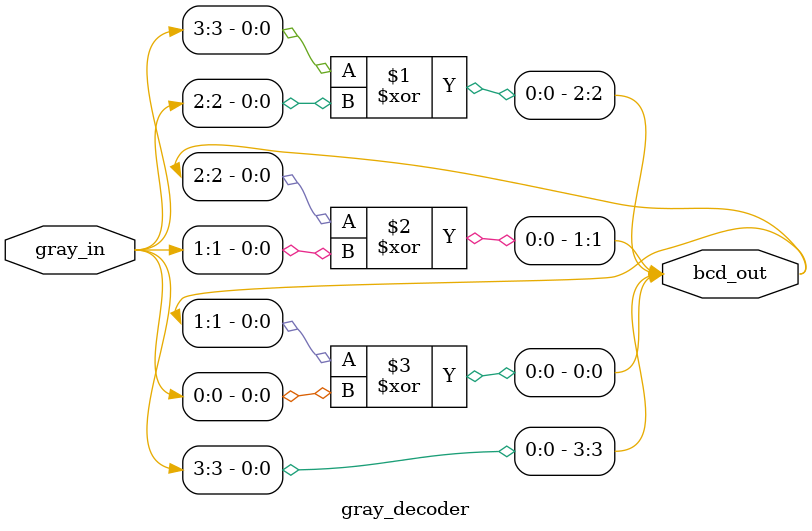
<source format=v>
module gray_decoder (
    input wire [3:0] gray_in ,
    output wire [3:0] bcd_out
);

assign bcd_out[3] = gray_in[3];
assign bcd_out[2] = gray_in[3]^gray_in[2];
assign bcd_out[1] = bcd_out[2]^gray_in[1];
assign bcd_out[0] = bcd_out[1]^gray_in[0];
    
endmodule
</source>
